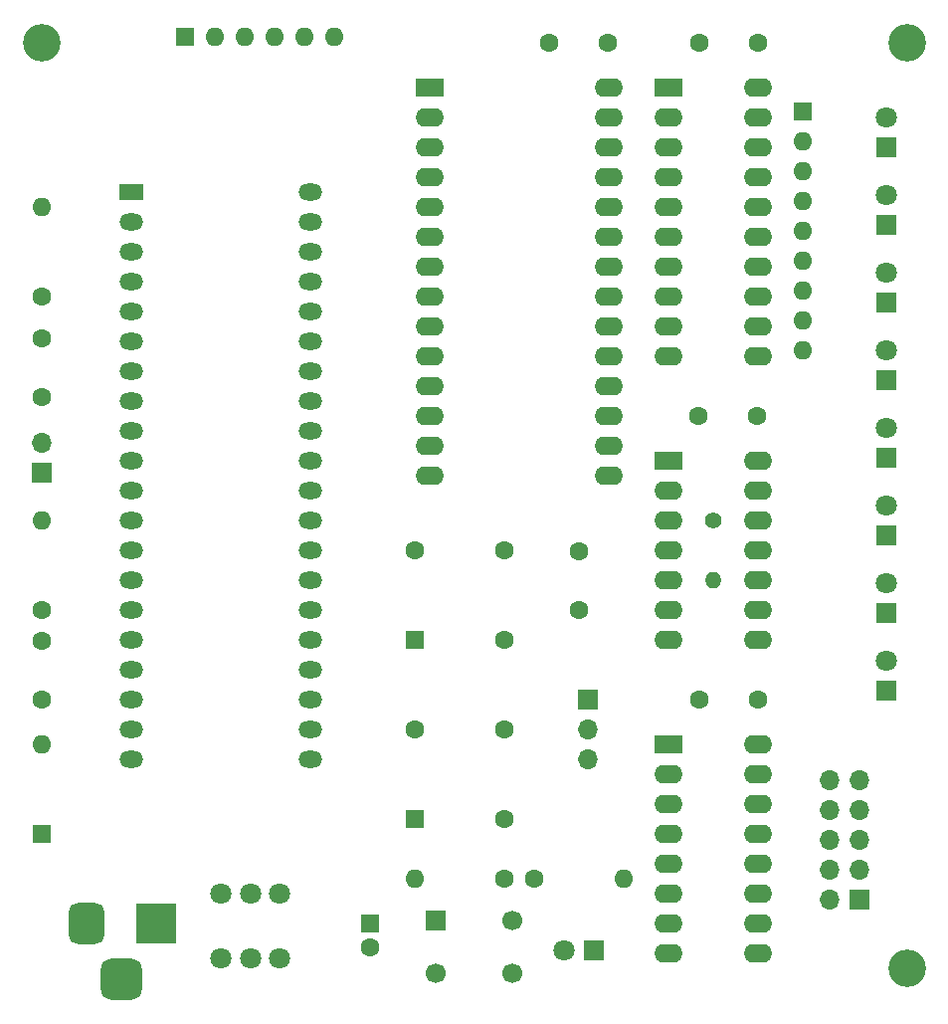
<source format=gbr>
%TF.GenerationSoftware,KiCad,Pcbnew,7.0.7*%
%TF.CreationDate,2023-09-25T01:30:26-05:00*%
%TF.ProjectId,z80-cmos-nmos-tester,7a38302d-636d-46f7-932d-6e6d6f732d74,rev?*%
%TF.SameCoordinates,Original*%
%TF.FileFunction,Soldermask,Bot*%
%TF.FilePolarity,Negative*%
%FSLAX46Y46*%
G04 Gerber Fmt 4.6, Leading zero omitted, Abs format (unit mm)*
G04 Created by KiCad (PCBNEW 7.0.7) date 2023-09-25 01:30:26*
%MOMM*%
%LPD*%
G01*
G04 APERTURE LIST*
G04 Aperture macros list*
%AMRoundRect*
0 Rectangle with rounded corners*
0 $1 Rounding radius*
0 $2 $3 $4 $5 $6 $7 $8 $9 X,Y pos of 4 corners*
0 Add a 4 corners polygon primitive as box body*
4,1,4,$2,$3,$4,$5,$6,$7,$8,$9,$2,$3,0*
0 Add four circle primitives for the rounded corners*
1,1,$1+$1,$2,$3*
1,1,$1+$1,$4,$5*
1,1,$1+$1,$6,$7*
1,1,$1+$1,$8,$9*
0 Add four rect primitives between the rounded corners*
20,1,$1+$1,$2,$3,$4,$5,0*
20,1,$1+$1,$4,$5,$6,$7,0*
20,1,$1+$1,$6,$7,$8,$9,0*
20,1,$1+$1,$8,$9,$2,$3,0*%
G04 Aperture macros list end*
%ADD10C,1.400000*%
%ADD11O,1.400000X1.400000*%
%ADD12R,1.600000X1.600000*%
%ADD13O,1.600000X1.600000*%
%ADD14C,3.200000*%
%ADD15C,1.700000*%
%ADD16R,1.700000X1.700000*%
%ADD17C,1.600000*%
%ADD18O,2.400000X1.600000*%
%ADD19R,2.400000X1.600000*%
%ADD20R,2.000000X1.440000*%
%ADD21O,2.000000X1.440000*%
%ADD22C,1.800000*%
%ADD23O,1.700000X1.700000*%
%ADD24R,3.500000X3.500000*%
%ADD25RoundRect,0.750000X-0.750000X-1.000000X0.750000X-1.000000X0.750000X1.000000X-0.750000X1.000000X0*%
%ADD26RoundRect,0.875000X-0.875000X-0.875000X0.875000X-0.875000X0.875000X0.875000X-0.875000X0.875000X0*%
%ADD27R,1.800000X1.800000*%
G04 APERTURE END LIST*
D10*
%TO.C,R5*%
X170180000Y-104140000D03*
D11*
X170180000Y-109220000D03*
%TD*%
D12*
%TO.C,RN1*%
X125222000Y-62992000D03*
D13*
X127762000Y-62992000D03*
X130302000Y-62992000D03*
X132842000Y-62992000D03*
X135382000Y-62992000D03*
X137922000Y-62992000D03*
%TD*%
D14*
%TO.C,H3*%
X186690000Y-142240000D03*
%TD*%
%TO.C,H2*%
X186690000Y-63500000D03*
%TD*%
%TO.C,H1*%
X113030000Y-63500000D03*
%TD*%
D15*
%TO.C,SW1*%
X153110000Y-138176000D03*
D16*
X146610000Y-138176000D03*
D15*
X153110000Y-142676000D03*
X146610000Y-142676000D03*
%TD*%
D12*
%TO.C,C3*%
X140970000Y-138430000D03*
D17*
X140970000Y-140430000D03*
%TD*%
D12*
%TO.C,X2*%
X144780000Y-114300000D03*
D17*
X152400000Y-114300000D03*
X152400000Y-106680000D03*
X144780000Y-106680000D03*
%TD*%
D12*
%TO.C,X1*%
X144780000Y-129540000D03*
D17*
X152400000Y-129540000D03*
X152400000Y-121920000D03*
X144780000Y-121920000D03*
%TD*%
D18*
%TO.C,U5*%
X173990000Y-67310000D03*
X173990000Y-69850000D03*
X173990000Y-72390000D03*
X173990000Y-74930000D03*
X173990000Y-77470000D03*
X173990000Y-80010000D03*
X173990000Y-82550000D03*
X173990000Y-85090000D03*
X173990000Y-87630000D03*
X173990000Y-90170000D03*
X166370000Y-90170000D03*
X166370000Y-87630000D03*
X166370000Y-85090000D03*
X166370000Y-82550000D03*
X166370000Y-80010000D03*
X166370000Y-77470000D03*
X166370000Y-74930000D03*
X166370000Y-72390000D03*
X166370000Y-69850000D03*
D19*
X166370000Y-67310000D03*
%TD*%
%TO.C,U4*%
X146050000Y-67310000D03*
D18*
X146050000Y-69850000D03*
X146050000Y-72390000D03*
X146050000Y-74930000D03*
X146050000Y-77470000D03*
X146050000Y-80010000D03*
X146050000Y-82550000D03*
X146050000Y-85090000D03*
X146050000Y-87630000D03*
X146050000Y-90170000D03*
X146050000Y-92710000D03*
X146050000Y-95250000D03*
X146050000Y-97790000D03*
X146050000Y-100330000D03*
X161290000Y-100330000D03*
X161290000Y-97790000D03*
X161290000Y-95250000D03*
X161290000Y-92710000D03*
X161290000Y-90170000D03*
X161290000Y-87630000D03*
X161290000Y-85090000D03*
X161290000Y-82550000D03*
X161290000Y-80010000D03*
X161290000Y-77470000D03*
X161290000Y-74930000D03*
X161290000Y-72390000D03*
X161290000Y-69850000D03*
X161290000Y-67310000D03*
%TD*%
%TO.C,U3*%
X173990000Y-99060000D03*
X173990000Y-101600000D03*
X173990000Y-104140000D03*
X173990000Y-106680000D03*
X173990000Y-109220000D03*
X173990000Y-111760000D03*
X173990000Y-114300000D03*
X166370000Y-114300000D03*
X166370000Y-111760000D03*
X166370000Y-109220000D03*
X166370000Y-106680000D03*
X166370000Y-104140000D03*
X166370000Y-101600000D03*
D19*
X166370000Y-99060000D03*
%TD*%
%TO.C,U2*%
X166380000Y-123180000D03*
D18*
X166380000Y-125720000D03*
X166380000Y-128260000D03*
X166380000Y-130800000D03*
X166380000Y-133340000D03*
X166380000Y-135880000D03*
X166380000Y-138420000D03*
X166380000Y-140960000D03*
X174000000Y-140960000D03*
X174000000Y-138420000D03*
X174000000Y-135880000D03*
X174000000Y-133340000D03*
X174000000Y-130800000D03*
X174000000Y-128260000D03*
X174000000Y-125720000D03*
X174000000Y-123180000D03*
%TD*%
D20*
%TO.C,U1*%
X120650000Y-76200000D03*
D21*
X120650000Y-78740000D03*
X120650000Y-81280000D03*
X120650000Y-83820000D03*
X120650000Y-86360000D03*
X120650000Y-88900000D03*
X120650000Y-91440000D03*
X120650000Y-93980000D03*
X120650000Y-96520000D03*
X120650000Y-99060000D03*
X120650000Y-101600000D03*
X120650000Y-104140000D03*
X120650000Y-106680000D03*
X120650000Y-109220000D03*
X120650000Y-111760000D03*
X120650000Y-114300000D03*
X120650000Y-116840000D03*
X120650000Y-119380000D03*
X120650000Y-121920000D03*
X120650000Y-124460000D03*
X135890000Y-124460000D03*
X135890000Y-121920000D03*
X135890000Y-119380000D03*
X135890000Y-116840000D03*
X135890000Y-114300000D03*
X135890000Y-111760000D03*
X135890000Y-109220000D03*
X135890000Y-106680000D03*
X135890000Y-104140000D03*
X135890000Y-101600000D03*
X135890000Y-99060000D03*
X135890000Y-96520000D03*
X135890000Y-93980000D03*
X135890000Y-91440000D03*
X135890000Y-88900000D03*
X135890000Y-86360000D03*
X135890000Y-83820000D03*
X135890000Y-81280000D03*
X135890000Y-78740000D03*
X135890000Y-76200000D03*
%TD*%
D22*
%TO.C,SW2*%
X128310000Y-141390000D03*
X130810000Y-141390000D03*
X133310000Y-141390000D03*
X128310000Y-135890000D03*
X130810000Y-135890000D03*
X133310000Y-135890000D03*
%TD*%
D12*
%TO.C,RN2*%
X177800000Y-69342000D03*
D13*
X177800000Y-71882000D03*
X177800000Y-74422000D03*
X177800000Y-76962000D03*
X177800000Y-79502000D03*
X177800000Y-82042000D03*
X177800000Y-84582000D03*
X177800000Y-87122000D03*
X177800000Y-89662000D03*
%TD*%
D17*
%TO.C,R4*%
X154940000Y-134620000D03*
D13*
X162560000Y-134620000D03*
%TD*%
%TO.C,R3*%
X113030000Y-77470000D03*
D17*
X113030000Y-85090000D03*
%TD*%
%TO.C,R2*%
X113030000Y-111760000D03*
D13*
X113030000Y-104140000D03*
%TD*%
D17*
%TO.C,R1*%
X152400000Y-134620000D03*
D13*
X144780000Y-134620000D03*
%TD*%
D16*
%TO.C,JP2*%
X159512000Y-119380000D03*
D23*
X159512000Y-121920000D03*
X159512000Y-124460000D03*
%TD*%
%TO.C,JP1*%
X113030000Y-97536000D03*
D16*
X113030000Y-100076000D03*
%TD*%
%TO.C,J2*%
X182626000Y-136398000D03*
D23*
X180086000Y-136398000D03*
X182626000Y-133858000D03*
X180086000Y-133858000D03*
X182626000Y-131318000D03*
X180086000Y-131318000D03*
X182626000Y-128778000D03*
X180086000Y-128778000D03*
X182626000Y-126238000D03*
X180086000Y-126238000D03*
%TD*%
D24*
%TO.C,J1*%
X122840000Y-138430000D03*
D25*
X116840000Y-138430000D03*
D26*
X119840000Y-143130000D03*
%TD*%
D27*
%TO.C,D10*%
X184912000Y-118618000D03*
D22*
X184912000Y-116078000D03*
%TD*%
D27*
%TO.C,D9*%
X184912000Y-112014000D03*
D22*
X184912000Y-109474000D03*
%TD*%
D27*
%TO.C,D8*%
X184912000Y-105410000D03*
D22*
X184912000Y-102870000D03*
%TD*%
%TO.C,D7*%
X184912000Y-96266000D03*
D27*
X184912000Y-98806000D03*
%TD*%
%TO.C,D6*%
X184912000Y-92207000D03*
D22*
X184912000Y-89667000D03*
%TD*%
D27*
%TO.C,D5*%
X184912000Y-85603000D03*
D22*
X184912000Y-83063000D03*
%TD*%
D27*
%TO.C,D4*%
X184912000Y-78994000D03*
D22*
X184912000Y-76454000D03*
%TD*%
D27*
%TO.C,D3*%
X184912000Y-72390000D03*
D22*
X184912000Y-69850000D03*
%TD*%
D27*
%TO.C,D2*%
X160020000Y-140716000D03*
D22*
X157480000Y-140716000D03*
%TD*%
D12*
%TO.C,D1*%
X113030000Y-130810000D03*
D13*
X113030000Y-123190000D03*
%TD*%
D17*
%TO.C,C8*%
X173990000Y-119380000D03*
X168990000Y-119380000D03*
%TD*%
%TO.C,C7*%
X173950000Y-95250000D03*
X168950000Y-95250000D03*
%TD*%
%TO.C,C6*%
X173990000Y-63500000D03*
X168990000Y-63500000D03*
%TD*%
%TO.C,C5*%
X158750000Y-106720000D03*
X158750000Y-111720000D03*
%TD*%
%TO.C,C4*%
X161250000Y-63500000D03*
X156250000Y-63500000D03*
%TD*%
%TO.C,C2*%
X113030000Y-114380000D03*
X113030000Y-119380000D03*
%TD*%
%TO.C,C1*%
X113030000Y-93646000D03*
X113030000Y-88646000D03*
%TD*%
M02*

</source>
